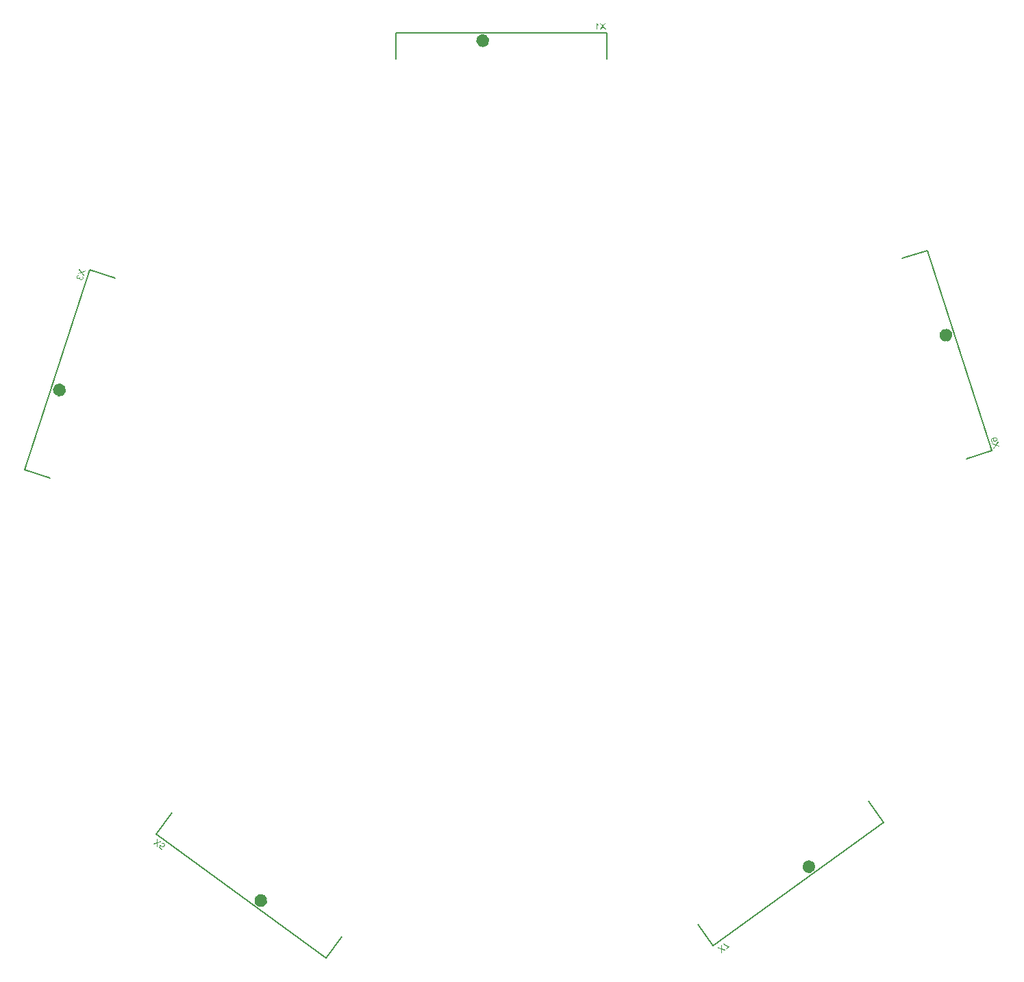
<source format=gbo>
G04*
G04 #@! TF.GenerationSoftware,Altium Limited,Altium Designer,23.3.1 (30)*
G04*
G04 Layer_Color=32896*
%FSAX44Y44*%
%MOMM*%
G71*
G04*
G04 #@! TF.SameCoordinates,7327C3A3-A75D-4357-90E6-FA600F46672C*
G04*
G04*
G04 #@! TF.FilePolarity,Positive*
G04*
G01*
G75*
%ADD11C,1.0000*%
%ADD12C,0.1270*%
G36*
X00740127Y01229311D02*
X00740263Y01229113D01*
X00740412Y01228927D01*
X00740561Y01228753D01*
X00740697Y01228617D01*
X00740809Y01228505D01*
X00740883Y01228431D01*
X00740896Y01228419D01*
X00740908Y01228406D01*
X00741143Y01228208D01*
X00741391Y01228022D01*
X00741639Y01227861D01*
X00741862Y01227725D01*
X00742061Y01227613D01*
X00742148Y01227576D01*
X00742222Y01227539D01*
X00742271Y01227502D01*
X00742321Y01227477D01*
X00742346Y01227464D01*
X00742358D01*
Y01226485D01*
X00742185Y01226559D01*
X00741999Y01226646D01*
X00741825Y01226721D01*
X00741664Y01226807D01*
X00741528Y01226882D01*
X00741416Y01226944D01*
X00741342Y01226993D01*
X00741329Y01227006D01*
X00741317D01*
X00741106Y01227130D01*
X00740920Y01227266D01*
X00740759Y01227377D01*
X00740623Y01227489D01*
X00740511Y01227576D01*
X00740425Y01227638D01*
X00740375Y01227687D01*
X00740363Y01227700D01*
Y01221329D01*
X00739359D01*
Y01229510D01*
X00740015D01*
X00740127Y01229311D01*
D02*
G37*
G36*
X00747986Y01225543D02*
X00751134Y01221329D01*
X00749845D01*
X00747787Y01224142D01*
X00747738Y01224217D01*
X00747676Y01224304D01*
X00747539Y01224489D01*
X00747477Y01224589D01*
X00747440Y01224663D01*
X00747403Y01224713D01*
X00747391Y01224725D01*
X00747267Y01224539D01*
X00747168Y01224390D01*
X00747118Y01224316D01*
X00747081Y01224266D01*
X00747068Y01224241D01*
X00747056Y01224229D01*
X00744998Y01221329D01*
X00743672D01*
X00746734Y01225593D01*
X00743895Y01229472D01*
X00745073D01*
X00746709Y01227291D01*
X00746845Y01227117D01*
X00746969Y01226956D01*
X00747081Y01226795D01*
X00747168Y01226659D01*
X00747242Y01226547D01*
X00747304Y01226460D01*
X00747341Y01226411D01*
X00747354Y01226386D01*
X00747440Y01226535D01*
X00747527Y01226683D01*
X00747639Y01226857D01*
X00747750Y01227018D01*
X00747837Y01227154D01*
X00747924Y01227266D01*
X00747973Y01227353D01*
X00747998Y01227365D01*
Y01227377D01*
X00749485Y01229472D01*
X00750762D01*
X00747986Y01225543D01*
D02*
G37*
G36*
X00099592Y00917693D02*
X00099682Y00917690D01*
X00099745Y00917682D01*
X00099796Y00917679D01*
X00099835Y00917679D01*
X00099847Y00917675D01*
X00099701Y00916667D01*
X00099438Y00916700D01*
X00099203Y00916699D01*
X00099003Y00916686D01*
X00098835Y00916649D01*
X00098694Y00916617D01*
X00098592Y00916585D01*
X00098530Y00916553D01*
X00098514Y00916545D01*
X00098346Y00916430D01*
X00098214Y00916304D01*
X00098093Y00916174D01*
X00098008Y00916032D01*
X00097946Y00915922D01*
X00097888Y00915823D01*
X00097857Y00915729D01*
X00097804Y00915525D01*
X00097793Y00915333D01*
X00097790Y00915164D01*
X00097819Y00915012D01*
X00097843Y00914886D01*
X00097875Y00914784D01*
X00097907Y00914722D01*
X00097915Y00914706D01*
X00098006Y00914546D01*
X00098133Y00914414D01*
X00098251Y00914297D01*
X00098369Y00914220D01*
X00098491Y00914154D01*
X00098578Y00914100D01*
X00098637Y00914080D01*
X00098649Y00914077D01*
X00098660Y00914073D01*
X00098904Y00914019D01*
X00099123Y00914013D01*
X00099311Y00914030D01*
X00099472Y00914082D01*
X00099608Y00914142D01*
X00099714Y00914186D01*
X00099780Y00914229D01*
X00099800Y00914249D01*
X00099967Y00914403D01*
X00100099Y00914569D01*
X00100216Y00914726D01*
X00100305Y00914880D01*
X00100379Y00915025D01*
X00100425Y00915127D01*
X00100475Y00915281D01*
X00100478Y00915332D01*
X00100497Y00915391D01*
X00101369Y00915224D01*
X00101287Y00915094D01*
X00101222Y00914972D01*
X00101171Y00914858D01*
X00101129Y00914768D01*
X00101090Y00914689D01*
X00101056Y00914583D01*
X00101003Y00914340D01*
X00100984Y00914124D01*
X00100982Y00913916D01*
X00101015Y00913736D01*
X00101055Y00913580D01*
X00101083Y00913466D01*
X00101115Y00913404D01*
X00101131Y00913372D01*
X00101250Y00913177D01*
X00101392Y00913014D01*
X00101554Y00912870D01*
X00101703Y00912769D01*
X00101845Y00912684D01*
X00101959Y00912633D01*
X00102002Y00912606D01*
X00102038Y00912595D01*
X00102050Y00912591D01*
X00102061Y00912587D01*
X00102317Y00912530D01*
X00102556Y00912504D01*
X00102779Y00912510D01*
X00102971Y00912539D01*
X00103143Y00912587D01*
X00103260Y00912627D01*
X00103335Y00912655D01*
X00103366Y00912671D01*
X00103577Y00912797D01*
X00103756Y00912948D01*
X00103888Y00913113D01*
X00104009Y00913283D01*
X00104094Y00913424D01*
X00104144Y00913538D01*
X00104171Y00913582D01*
X00104194Y00913652D01*
X00104248Y00913857D01*
X00104262Y00914061D01*
X00104257Y00914245D01*
X00104240Y00914393D01*
X00104208Y00914534D01*
X00104187Y00914632D01*
X00104156Y00914695D01*
X00104151Y00914722D01*
X00104040Y00914902D01*
X00103902Y00915077D01*
X00103732Y00915237D01*
X00103567Y00915369D01*
X00103409Y00915485D01*
X00103279Y00915567D01*
X00103240Y00915606D01*
X00103193Y00915621D01*
X00103173Y00915640D01*
X00103161Y00915644D01*
X00103602Y00916557D01*
X00103771Y00916476D01*
X00103924Y00916386D01*
X00104196Y00916181D01*
X00104429Y00915975D01*
X00104619Y00915756D01*
X00104694Y00915667D01*
X00104753Y00915569D01*
X00104805Y00915487D01*
X00104860Y00915417D01*
X00104892Y00915355D01*
X00104916Y00915308D01*
X00104924Y00915292D01*
X00104931Y00915276D01*
X00104995Y00915112D01*
X00105044Y00914940D01*
X00105084Y00914783D01*
X00105097Y00914623D01*
X00105122Y00914302D01*
X00105105Y00914007D01*
X00105090Y00913882D01*
X00105063Y00913760D01*
X00105045Y00913662D01*
X00105026Y00913564D01*
X00105014Y00913490D01*
X00104984Y00913395D01*
X00104907Y00913199D01*
X00104818Y00913006D01*
X00104733Y00912825D01*
X00104628Y00912664D01*
X00104515Y00912518D01*
X00104407Y00912384D01*
X00104302Y00912262D01*
X00104189Y00912155D01*
X00104095Y00912068D01*
X00104002Y00911981D01*
X00103912Y00911906D01*
X00103830Y00911855D01*
X00103764Y00911811D01*
X00103729Y00911783D01*
X00103698Y00911767D01*
X00103682Y00911759D01*
X00103498Y00911676D01*
X00103319Y00911604D01*
X00103146Y00911556D01*
X00102978Y00911519D01*
X00102810Y00911483D01*
X00102637Y00911474D01*
X00102339Y00911480D01*
X00102210Y00911483D01*
X00102085Y00911497D01*
X00101986Y00911516D01*
X00101888Y00911535D01*
X00101814Y00911547D01*
X00101767Y00911562D01*
X00101731Y00911573D01*
X00101719Y00911577D01*
X00101452Y00911677D01*
X00101220Y00911805D01*
X00101027Y00911933D01*
X00100873Y00912061D01*
X00100759Y00912190D01*
X00100672Y00912283D01*
X00100617Y00912354D01*
X00100597Y00912373D01*
X00100470Y00912584D01*
X00100386Y00912807D01*
X00100326Y00913022D01*
X00100297Y00913214D01*
X00100276Y00913390D01*
X00100279Y00913519D01*
X00100271Y00913574D01*
X00100282Y00913610D01*
X00100278Y00913637D01*
X00100282Y00913649D01*
X00100126Y00913491D01*
X00099955Y00913364D01*
X00099807Y00913269D01*
X00099662Y00913186D01*
X00099541Y00913134D01*
X00099447Y00913086D01*
X00099389Y00913066D01*
X00099361Y00913062D01*
X00099177Y00913018D01*
X00098993Y00913013D01*
X00098825Y00913015D01*
X00098672Y00913026D01*
X00098546Y00913041D01*
X00098448Y00913060D01*
X00098389Y00913079D01*
X00098365Y00913087D01*
X00098169Y00913164D01*
X00098004Y00913257D01*
X00097854Y00913358D01*
X00097716Y00913455D01*
X00097613Y00913540D01*
X00097535Y00913618D01*
X00097487Y00913672D01*
X00097467Y00913692D01*
X00097341Y00913864D01*
X00097230Y00914043D01*
X00097146Y00914227D01*
X00097082Y00914391D01*
X00097038Y00914536D01*
X00097010Y00914649D01*
X00096998Y00914731D01*
X00096990Y00914747D01*
X00096994Y00914759D01*
X00096965Y00914990D01*
X00096959Y00915213D01*
X00096977Y00915429D01*
X00096999Y00915617D01*
X00097026Y00915778D01*
X00097052Y00915900D01*
X00097141Y00916171D01*
X00097218Y00916328D01*
X00097373Y00916604D01*
X00097544Y00916848D01*
X00097711Y00917041D01*
X00097874Y00917183D01*
X00097945Y00917239D01*
X00097999Y00917286D01*
X00098054Y00917334D01*
X00098089Y00917361D01*
X00098104Y00917369D01*
X00098120Y00917377D01*
X00098401Y00917520D01*
X00098691Y00917608D01*
X00098984Y00917669D01*
X00099251Y00917687D01*
X00099490Y00917700D01*
X00099592Y00917693D01*
D02*
G37*
G36*
X00103154Y00921826D02*
X00108136Y00923514D01*
X00107737Y00922289D01*
X00104424Y00921204D01*
X00104338Y00921179D01*
X00104236Y00921147D01*
X00104017Y00921075D01*
X00103904Y00921047D01*
X00103821Y00921035D01*
X00103763Y00921015D01*
X00103747Y00921007D01*
X00103886Y00920831D01*
X00103996Y00920691D01*
X00104052Y00920621D01*
X00104087Y00920570D01*
X00104107Y00920551D01*
X00104115Y00920535D01*
X00106236Y00917680D01*
X00105825Y00916419D01*
X00102719Y00920651D01*
X00098151Y00919153D01*
X00098516Y00920273D01*
X00101096Y00921153D01*
X00101304Y00921229D01*
X00101495Y00921297D01*
X00101683Y00921353D01*
X00101840Y00921393D01*
X00101969Y00921430D01*
X00102070Y00921462D01*
X00102129Y00921482D01*
X00102156Y00921486D01*
X00102042Y00921614D01*
X00101927Y00921743D01*
X00101797Y00921903D01*
X00101678Y00922059D01*
X00101575Y00922183D01*
X00101496Y00922300D01*
X00101429Y00922374D01*
X00101425Y00922402D01*
X00101413Y00922406D01*
X00099882Y00924469D01*
X00100277Y00925683D01*
X00103154Y00921826D01*
D02*
G37*
G36*
X00203365Y00216018D02*
X00203536Y00216000D01*
X00203700Y00215973D01*
X00204007Y00215888D01*
X00204281Y00215780D01*
X00204405Y00215720D01*
X00204513Y00215657D01*
X00204610Y00215601D01*
X00204688Y00215560D01*
X00204755Y00215526D01*
X00204845Y00215460D01*
X00205038Y00215304D01*
X00205214Y00215145D01*
X00205355Y00214981D01*
X00205489Y00214807D01*
X00205595Y00214637D01*
X00205694Y00214458D01*
X00205773Y00214293D01*
X00205825Y00214132D01*
X00205884Y00213982D01*
X00205923Y00213846D01*
X00205952Y00213717D01*
X00205968Y00213613D01*
X00205982Y00213527D01*
X00205993Y00213458D01*
X00205998Y00213423D01*
X00206001Y00213406D01*
X00206004Y00213220D01*
X00205989Y00213031D01*
X00205964Y00212850D01*
X00205922Y00212666D01*
X00205829Y00212350D01*
X00205724Y00212058D01*
X00205664Y00211933D01*
X00205601Y00211826D01*
X00205545Y00211728D01*
X00205497Y00211641D01*
X00205463Y00211574D01*
X00205427Y00211524D01*
X00205404Y00211493D01*
X00205397Y00211483D01*
X00205263Y00211320D01*
X00205119Y00211165D01*
X00204979Y00211037D01*
X00204840Y00210908D01*
X00204695Y00210814D01*
X00204550Y00210721D01*
X00204419Y00210647D01*
X00204279Y00210581D01*
X00204153Y00210534D01*
X00204045Y00210491D01*
X00203943Y00210457D01*
X00203850Y00210434D01*
X00203783Y00210406D01*
X00203731Y00210397D01*
X00203696Y00210392D01*
X00203679Y00210389D01*
X00203489Y00210359D01*
X00203303Y00210357D01*
X00203124Y00210364D01*
X00202943Y00210389D01*
X00202779Y00210417D01*
X00202629Y00210464D01*
X00202341Y00210552D01*
X00202226Y00210605D01*
X00202111Y00210658D01*
X00202024Y00210707D01*
X00201936Y00210755D01*
X00201869Y00210789D01*
X00201789Y00210847D01*
X00201563Y00211042D01*
X00201369Y00211261D01*
X00201203Y00211474D01*
X00201081Y00211686D01*
X00200979Y00211883D01*
X00200941Y00211956D01*
X00200902Y00212030D01*
X00200884Y00212090D01*
X00200869Y00212132D01*
X00200856Y00212156D01*
X00200853Y00212173D01*
X00199921Y00210138D01*
X00202545Y00208225D01*
X00201983Y00207453D01*
X00198718Y00209834D01*
X00200538Y00213677D01*
X00201380Y00213232D01*
X00201377Y00213080D01*
X00201391Y00212932D01*
X00201413Y00212793D01*
X00201432Y00212672D01*
X00201465Y00212571D01*
X00201496Y00212487D01*
X00201522Y00212438D01*
X00201524Y00212421D01*
X00201601Y00212273D01*
X00201684Y00212135D01*
X00201783Y00212017D01*
X00201871Y00211907D01*
X00201964Y00211824D01*
X00202027Y00211763D01*
X00202097Y00211712D01*
X00202332Y00211571D01*
X00202561Y00211465D01*
X00202793Y00211404D01*
X00202984Y00211372D01*
X00203155Y00211354D01*
X00203286Y00211366D01*
X00203366Y00211369D01*
X00203400Y00211375D01*
X00203647Y00211440D01*
X00203879Y00211547D01*
X00204081Y00211677D01*
X00204245Y00211817D01*
X00204392Y00211956D01*
X00204453Y00212019D01*
X00204497Y00212079D01*
X00204536Y00212111D01*
X00204565Y00212152D01*
X00204580Y00212172D01*
X00204587Y00212182D01*
X00204757Y00212457D01*
X00204885Y00212716D01*
X00204961Y00212968D01*
X00205015Y00213189D01*
X00205040Y00213370D01*
X00205042Y00213522D01*
X00205046Y00213611D01*
X00205033Y00213636D01*
X00205041Y00213646D01*
X00205019Y00213784D01*
X00204983Y00213903D01*
X00204903Y00214130D01*
X00204784Y00214324D01*
X00204677Y00214494D01*
X00204559Y00214626D01*
X00204456Y00214716D01*
X00204423Y00214755D01*
X00204363Y00214799D01*
X00204186Y00214913D01*
X00203996Y00214990D01*
X00203820Y00215042D01*
X00203663Y00215080D01*
X00203519Y00215093D01*
X00203419Y00215104D01*
X00203350Y00215093D01*
X00203323Y00215098D01*
X00203108Y00215055D01*
X00202908Y00214970D01*
X00202719Y00214879D01*
X00202559Y00214765D01*
X00202417Y00214654D01*
X00202306Y00214566D01*
X00202267Y00214533D01*
X00202235Y00214510D01*
X00202220Y00214490D01*
X00202213Y00214480D01*
X00201406Y00215161D01*
X00201535Y00215297D01*
X00201675Y00215425D01*
X00201945Y00215627D01*
X00202223Y00215777D01*
X00202472Y00215887D01*
X00202590Y00215923D01*
X00202691Y00215957D01*
X00202785Y00215980D01*
X00202862Y00216001D01*
X00202931Y00216012D01*
X00202983Y00216020D01*
X00203001Y00216023D01*
X00203018Y00216026D01*
X00203194Y00216035D01*
X00203365Y00216018D01*
D02*
G37*
G36*
X00197233Y00220842D02*
X00197238Y00217356D01*
X00197234Y00217267D01*
X00197233Y00217160D01*
X00197234Y00216929D01*
X00197226Y00216813D01*
X00197212Y00216731D01*
X00197213Y00216669D01*
X00197215Y00216651D01*
X00197425Y00216729D01*
X00197593Y00216790D01*
X00197677Y00216821D01*
X00197736Y00216840D01*
X00197761Y00216852D01*
X00197778Y00216855D01*
X00201149Y00217986D01*
X00202221Y00217205D01*
X00197235Y00215563D01*
X00197243Y00210756D01*
X00196291Y00211450D01*
X00196255Y00214177D01*
X00196247Y00214397D01*
X00196241Y00214600D01*
X00196246Y00214796D01*
X00196256Y00214958D01*
X00196262Y00215092D01*
X00196263Y00215198D01*
X00196262Y00215260D01*
X00196267Y00215287D01*
X00196109Y00215218D01*
X00195951Y00215149D01*
X00195759Y00215075D01*
X00195574Y00215010D01*
X00195424Y00214951D01*
X00195288Y00214912D01*
X00195196Y00214871D01*
X00195169Y00214876D01*
X00195162Y00214866D01*
X00192726Y00214050D01*
X00191694Y00214802D01*
X00196253Y00216341D01*
X00196192Y00221601D01*
X00197233Y00220842D01*
D02*
G37*
G36*
X00894521Y00084933D02*
X00899096Y00083455D01*
X00898142Y00082765D01*
X00895537Y00083572D01*
X00895325Y00083633D01*
X00895130Y00083691D01*
X00894945Y00083756D01*
X00894795Y00083815D01*
X00894669Y00083862D01*
X00894568Y00083896D01*
X00894509Y00083915D01*
X00894484Y00083927D01*
X00894501Y00083756D01*
X00894518Y00083585D01*
X00894530Y00083379D01*
X00894534Y00083183D01*
X00894544Y00083021D01*
X00894539Y00082880D01*
X00894549Y00082781D01*
X00894537Y00082756D01*
X00894544Y00082746D01*
X00894567Y00080177D01*
X00893533Y00079429D01*
X00893478Y00084240D01*
X00888457Y00085808D01*
X00889501Y00086563D01*
X00892818Y00085491D01*
X00892901Y00085459D01*
X00893002Y00085425D01*
X00893222Y00085355D01*
X00893330Y00085311D01*
X00893404Y00085272D01*
X00893463Y00085254D01*
X00893481Y00085251D01*
X00893472Y00085474D01*
X00893465Y00085653D01*
X00893462Y00085742D01*
X00893463Y00085804D01*
X00893458Y00085832D01*
X00893461Y00085849D01*
X00893427Y00089405D01*
X00894501Y00090183D01*
X00894521Y00084933D01*
D02*
G37*
G36*
X00897042Y00091471D02*
X00897330Y00091159D01*
X00897598Y00090894D01*
X00897730Y00090775D01*
X00897844Y00090659D01*
X00897954Y00090570D01*
X00898054Y00090474D01*
X00898140Y00090399D01*
X00898218Y00090333D01*
X00898282Y00090287D01*
X00898321Y00090254D01*
X00898353Y00090231D01*
X00898360Y00090221D01*
X00898820Y00089881D01*
X00899269Y00089579D01*
X00899495Y00089436D01*
X00899713Y00089303D01*
X00899924Y00089181D01*
X00900111Y00089071D01*
X00900290Y00088971D01*
X00900462Y00088881D01*
X00900610Y00088805D01*
X00900732Y00088740D01*
X00900831Y00088689D01*
X00900904Y00088651D01*
X00900954Y00088625D01*
X00900971Y00088622D01*
X00901237Y00088509D01*
X00901493Y00088388D01*
X00901744Y00088294D01*
X00901978Y00088204D01*
X00902195Y00088116D01*
X00902407Y00088055D01*
X00902609Y00087987D01*
X00902786Y00087932D01*
X00902940Y00087890D01*
X00903093Y00087847D01*
X00903221Y00087818D01*
X00903322Y00087784D01*
X00903409Y00087770D01*
X00903468Y00087752D01*
X00903502Y00087746D01*
X00903520Y00087744D01*
X00903978Y00087111D01*
X00899710Y00084022D01*
X00899151Y00084795D01*
X00902384Y00087135D01*
X00901949Y00087249D01*
X00901528Y00087388D01*
X00901116Y00087534D01*
X00900739Y00087674D01*
X00900574Y00087754D01*
X00900424Y00087813D01*
X00900291Y00087870D01*
X00900176Y00087924D01*
X00900085Y00087965D01*
X00900018Y00087994D01*
X00899969Y00088020D01*
X00899952Y00088022D01*
X00899485Y00088266D01*
X00899038Y00088524D01*
X00898636Y00088784D01*
X00898452Y00088911D01*
X00898283Y00089018D01*
X00898123Y00089132D01*
X00897989Y00089233D01*
X00897869Y00089315D01*
X00897766Y00089393D01*
X00897688Y00089459D01*
X00897624Y00089505D01*
X00897585Y00089538D01*
X00897578Y00089548D01*
X00897186Y00089877D01*
X00897015Y00090028D01*
X00896854Y00090187D01*
X00896708Y00090326D01*
X00896579Y00090462D01*
X00896450Y00090598D01*
X00896335Y00090714D01*
X00896245Y00090817D01*
X00896155Y00090921D01*
X00896080Y00091004D01*
X00896029Y00091074D01*
X00895975Y00091127D01*
X00895946Y00091167D01*
X00895925Y00091197D01*
X00895917Y00091207D01*
X00896751Y00091811D01*
X00897042Y00091471D01*
D02*
G37*
G36*
X01232522Y00717215D02*
X01232584Y00717223D01*
X01232639Y00717214D01*
X01232666Y00717210D01*
X01232678Y00717214D01*
X01232991Y00717172D01*
X01233277Y00717094D01*
X01233519Y00716990D01*
X01233745Y00716894D01*
X01233921Y00716794D01*
X01234049Y00716719D01*
X01234088Y00716679D01*
X01234123Y00716651D01*
X01234151Y00716647D01*
X01234154Y00716635D01*
X01234372Y00716445D01*
X01234546Y00716228D01*
X01234689Y00716026D01*
X01234817Y00715833D01*
X01234901Y00715652D01*
X01234940Y00715573D01*
X01234959Y00715514D01*
X01234990Y00715459D01*
X01235013Y00715388D01*
X01235062Y00715196D01*
X01235099Y00714999D01*
X01235121Y00714811D01*
X01235139Y00714634D01*
X01235116Y00714302D01*
X01235087Y00714149D01*
X01235066Y00714012D01*
X01235033Y00713871D01*
X01234993Y00713754D01*
X01234961Y00713652D01*
X01234932Y00713578D01*
X01234904Y00713504D01*
X01234880Y00713457D01*
X01234864Y00713426D01*
X01234856Y00713410D01*
X01234753Y00713247D01*
X01234645Y00713095D01*
X01234523Y00712951D01*
X01234380Y00712827D01*
X01234250Y00712707D01*
X01234104Y00712594D01*
X01233835Y00712417D01*
X01233701Y00712347D01*
X01233579Y00712282D01*
X01233465Y00712232D01*
X01233375Y00712190D01*
X01233296Y00712151D01*
X01233225Y00712129D01*
X01233190Y00712117D01*
X01233178Y00712113D01*
X01232962Y00712057D01*
X01232757Y00712004D01*
X01232569Y00711982D01*
X01232377Y00711972D01*
X01232197Y00711966D01*
X01232024Y00711975D01*
X01231863Y00711989D01*
X01231727Y00712010D01*
X01231590Y00712031D01*
X01231476Y00712059D01*
X01231375Y00712091D01*
X01231289Y00712116D01*
X01231214Y00712144D01*
X01231168Y00712168D01*
X01231140Y00712172D01*
X01231124Y00712180D01*
X01230965Y00712272D01*
X01230817Y00712367D01*
X01230677Y00712478D01*
X01230552Y00712581D01*
X01230436Y00712700D01*
X01230335Y00712811D01*
X01230169Y00713044D01*
X01230049Y00713253D01*
X01230007Y00713343D01*
X01229968Y00713422D01*
X01229934Y00713489D01*
X01229903Y00713583D01*
X01229846Y00713800D01*
X01229817Y00714012D01*
X01229796Y00714200D01*
X01229805Y00714372D01*
X01229810Y00714517D01*
X01229811Y00714635D01*
X01229828Y00714705D01*
X01229832Y00714733D01*
X01229893Y00714948D01*
X01229961Y00715139D01*
X01230045Y00715322D01*
X01230129Y00715467D01*
X01230193Y00715592D01*
X01230268Y00715681D01*
X01230300Y00715743D01*
X01230320Y00715763D01*
X01230238Y00715736D01*
X01230179Y00715717D01*
X01230143Y00715706D01*
X01230131Y00715702D01*
X01229907Y00715630D01*
X01229703Y00715537D01*
X01229521Y00715453D01*
X01229352Y00715372D01*
X01229206Y00715299D01*
X01229096Y00715238D01*
X01229064Y00715214D01*
X01229029Y00715203D01*
X01229021Y00715187D01*
X01229009Y00715183D01*
X01228828Y00715060D01*
X01228670Y00714944D01*
X01228536Y00714835D01*
X01228421Y00714746D01*
X01228334Y00714653D01*
X01228263Y00714591D01*
X01228223Y00714552D01*
X01228215Y00714537D01*
X01228124Y00714416D01*
X01228048Y00714287D01*
X01227980Y00714174D01*
X01227940Y00714057D01*
X01227904Y00713967D01*
X01227876Y00713893D01*
X01227867Y00713838D01*
X01227859Y00713823D01*
X01227831Y00713670D01*
X01227825Y00713525D01*
X01227832Y00713384D01*
X01227846Y00713258D01*
X01227869Y00713148D01*
X01227883Y00713062D01*
X01227906Y00712991D01*
X01227979Y00712806D01*
X01228068Y00712653D01*
X01228160Y00712526D01*
X01228246Y00712423D01*
X01228327Y00712333D01*
X01228397Y00712277D01*
X01228448Y00712241D01*
X01228463Y00712233D01*
X01228619Y00712153D01*
X01228803Y00712108D01*
X01228979Y00712087D01*
X01229152Y00712078D01*
X01229297Y00712072D01*
X01229422Y00712087D01*
X01229473Y00712090D01*
X01229513Y00712090D01*
X01229524Y00712094D01*
X01229536Y00712097D01*
X01229758Y00711166D01*
X01229409Y00711119D01*
X01229096Y00711122D01*
X01228814Y00711148D01*
X01228575Y00711201D01*
X01228384Y00711270D01*
X01228235Y00711326D01*
X01228141Y00711374D01*
X01228126Y00711382D01*
X01228110Y00711390D01*
X01227869Y00711572D01*
X01227675Y00711770D01*
X01227501Y00711988D01*
X01227366Y00712205D01*
X01227262Y00712405D01*
X01227219Y00712496D01*
X01227197Y00712567D01*
X01227162Y00712634D01*
X01227135Y00712716D01*
X01227060Y00713031D01*
X01227012Y00713341D01*
X01227003Y00713611D01*
X01227013Y00713862D01*
X01227038Y00714066D01*
X01227051Y00714148D01*
X01227067Y00714218D01*
X01227084Y00714289D01*
X01227084Y00714328D01*
X01227104Y00714347D01*
X01227100Y00714359D01*
X01227217Y00714644D01*
X01227368Y00714901D01*
X01227539Y00715139D01*
X01227717Y00715353D01*
X01227872Y00715520D01*
X01227943Y00715582D01*
X01228014Y00715644D01*
X01228065Y00715686D01*
X01228105Y00715725D01*
X01228125Y00715745D01*
X01228137Y00715749D01*
X01228295Y00715865D01*
X01228456Y00715969D01*
X01228819Y00716177D01*
X01229201Y00716365D01*
X01229563Y00716534D01*
X01229736Y00716603D01*
X01229886Y00716665D01*
X01230039Y00716714D01*
X01230153Y00716764D01*
X01230260Y00716798D01*
X01230330Y00716821D01*
X01230389Y00716840D01*
X01230401Y00716844D01*
X01230661Y00716928D01*
X01230912Y00716996D01*
X01231144Y00717045D01*
X01231360Y00717101D01*
X01231556Y00717139D01*
X01231745Y00717160D01*
X01231918Y00717190D01*
X01232070Y00717200D01*
X01232212Y00717207D01*
X01232337Y00717221D01*
X01232439Y00717228D01*
X01232522Y00717215D01*
D02*
G37*
G36*
X01236359Y00711095D02*
X01234785Y00708868D01*
X01234662Y00708685D01*
X01234547Y00708517D01*
X01234427Y00708362D01*
X01234324Y00708237D01*
X01234241Y00708132D01*
X01234177Y00708046D01*
X01234142Y00707996D01*
X01234122Y00707977D01*
X01234290Y00707940D01*
X01234458Y00707903D01*
X01234658Y00707850D01*
X01234845Y00707793D01*
X01235002Y00707753D01*
X01235135Y00707704D01*
X01235232Y00707684D01*
X01235252Y00707664D01*
X01235264Y00707668D01*
X01237714Y00706895D01*
X01238106Y00705680D01*
X01233514Y00707116D01*
X01230470Y00702826D01*
X01230074Y00704053D01*
X01232120Y00706875D01*
X01232176Y00706945D01*
X01232239Y00707030D01*
X01232374Y00707217D01*
X01232449Y00707307D01*
X01232509Y00707365D01*
X01232545Y00707415D01*
X01232553Y00707431D01*
X01232338Y00707492D01*
X01232166Y00707541D01*
X01232080Y00707565D01*
X01232021Y00707585D01*
X01231994Y00707589D01*
X01231978Y00707597D01*
X01228586Y00708665D01*
X01228179Y00709927D01*
X01233177Y00708323D01*
X01235997Y00712215D01*
X01236359Y00711095D01*
D02*
G37*
%LPC*%
G36*
X01232630Y00716274D02*
X01232402Y00716252D01*
X01232202Y00716227D01*
X01232128Y00716216D01*
X01232057Y00716193D01*
X01231994Y00716186D01*
X01231947Y00716170D01*
X01231923Y00716163D01*
X01231911Y00716159D01*
X01231636Y00716044D01*
X01231392Y00715913D01*
X01231202Y00715774D01*
X01231036Y00715642D01*
X01230921Y00715514D01*
X01230838Y00715409D01*
X01230794Y00715343D01*
X01230778Y00715312D01*
X01230678Y00715097D01*
X01230617Y00714882D01*
X01230608Y00714670D01*
X01230602Y00714486D01*
X01230616Y00714321D01*
X01230642Y00714200D01*
X01230646Y00714149D01*
X01230665Y00714090D01*
X01230764Y00713861D01*
X01230880Y00713664D01*
X01231012Y00713498D01*
X01231159Y00713363D01*
X01231284Y00713260D01*
X01231385Y00713189D01*
X01231451Y00713145D01*
X01231482Y00713129D01*
X01231717Y00713048D01*
X01231940Y00713003D01*
X01232167Y00712985D01*
X01232383Y00713003D01*
X01232560Y00713021D01*
X01232705Y00713055D01*
X01232756Y00713058D01*
X01232791Y00713070D01*
X01232815Y00713077D01*
X01232827Y00713081D01*
X01233114Y00713200D01*
X01233358Y00713331D01*
X01233571Y00713477D01*
X01233730Y00713633D01*
X01233856Y00713765D01*
X01233951Y00713874D01*
X01234007Y00713944D01*
X01234023Y00713975D01*
X01234087Y00714100D01*
X01234139Y00714221D01*
X01234196Y00714447D01*
X01234233Y00714655D01*
X01234247Y00714855D01*
X01234233Y00715020D01*
X01234207Y00715141D01*
X01234203Y00715192D01*
X01234184Y00715251D01*
X01234088Y00715468D01*
X01233976Y00715653D01*
X01233837Y00715803D01*
X01233705Y00715930D01*
X01233568Y00716029D01*
X01233459Y00716085D01*
X01233393Y00716129D01*
X01233362Y00716145D01*
X01233115Y00716222D01*
X01232869Y00716260D01*
X01232630Y00716274D01*
D02*
G37*
%LPD*%
D11*
X00601792Y01208317D02*
G03*
X00601868Y01207487I-00002920J-00000687D01*
G01*
X00075814Y00778654D02*
G03*
X00076627Y00778469I-00000251J-00002989D01*
G01*
X00321889Y00145610D02*
G03*
X00322316Y00146325I00002764J-00001165D01*
G01*
X01000007Y00184014D02*
G03*
X00999458Y00184641I00001963J00002269D01*
G01*
X01173030Y00840822D02*
G03*
X01172264Y00840494I-00001551J00002568D01*
G01*
D12*
X00751870Y01185130D02*
Y01217630D01*
X00491870D02*
X00751870D01*
X00491870Y01185130D02*
Y01217630D01*
X00032923Y00677018D02*
X00063825Y00666954D01*
X00032923Y00677018D02*
X00113430Y00924240D01*
X00144333Y00914176D01*
X00195135Y00226503D02*
X00214283Y00252764D01*
X00195135Y00226503D02*
X00405222Y00073324D01*
X00424369Y00099585D01*
X00864837Y00114801D02*
X00883893Y00088474D01*
X01094512Y00240921D01*
X01075456Y00267248D02*
X01094512Y00240921D01*
X01197049Y00690874D02*
X01227979Y00700854D01*
X01148139Y00948293D02*
X01227979Y00700854D01*
X01117210Y00938313D02*
X01148139Y00948293D01*
M02*

</source>
